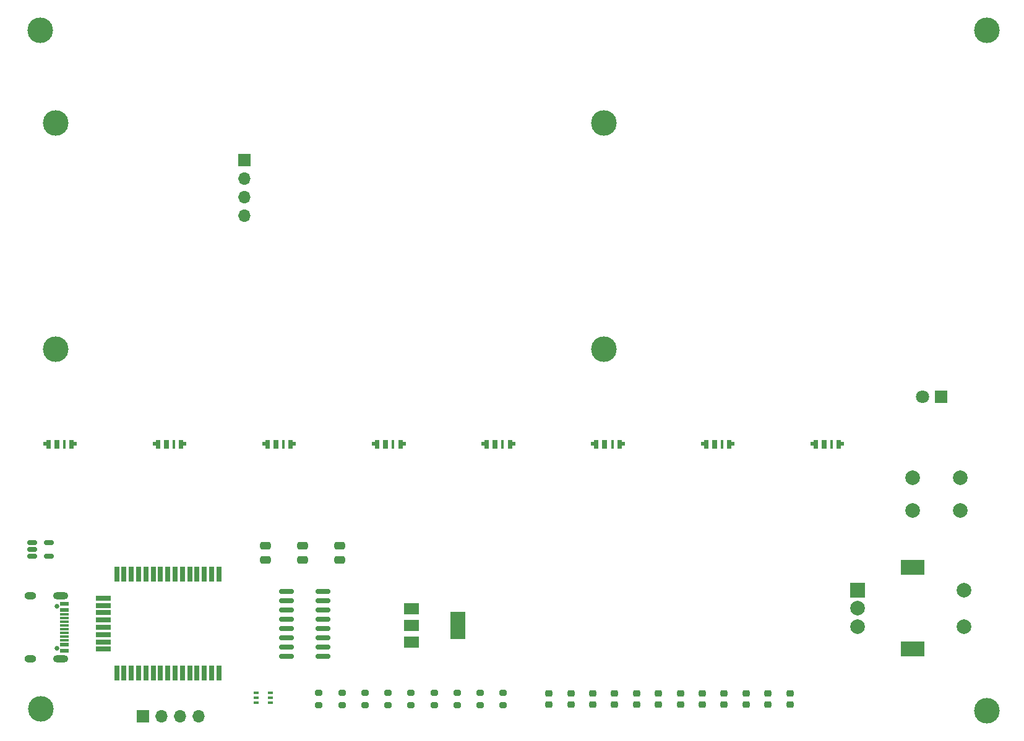
<source format=gts>
G04 #@! TF.GenerationSoftware,KiCad,Pcbnew,6.0.11*
G04 #@! TF.CreationDate,2023-05-03T19:55:58-07:00*
G04 #@! TF.ProjectId,ldrd,6c647264-2e6b-4696-9361-645f70636258,rev?*
G04 #@! TF.SameCoordinates,Original*
G04 #@! TF.FileFunction,Soldermask,Top*
G04 #@! TF.FilePolarity,Negative*
%FSLAX46Y46*%
G04 Gerber Fmt 4.6, Leading zero omitted, Abs format (unit mm)*
G04 Created by KiCad (PCBNEW 6.0.11) date 2023-05-03 19:55:58*
%MOMM*%
%LPD*%
G01*
G04 APERTURE LIST*
G04 Aperture macros list*
%AMRoundRect*
0 Rectangle with rounded corners*
0 $1 Rounding radius*
0 $2 $3 $4 $5 $6 $7 $8 $9 X,Y pos of 4 corners*
0 Add a 4 corners polygon primitive as box body*
4,1,4,$2,$3,$4,$5,$6,$7,$8,$9,$2,$3,0*
0 Add four circle primitives for the rounded corners*
1,1,$1+$1,$2,$3*
1,1,$1+$1,$4,$5*
1,1,$1+$1,$6,$7*
1,1,$1+$1,$8,$9*
0 Add four rect primitives between the rounded corners*
20,1,$1+$1,$2,$3,$4,$5,0*
20,1,$1+$1,$4,$5,$6,$7,0*
20,1,$1+$1,$6,$7,$8,$9,0*
20,1,$1+$1,$8,$9,$2,$3,0*%
%AMFreePoly0*
4,1,9,0.500000,-0.675000,-0.050000,-0.675000,-0.050000,-0.275000,-0.500000,-0.275000,-0.500000,0.275000,-0.050000,0.275000,-0.050000,0.525000,0.500000,0.525000,0.500000,-0.675000,0.500000,-0.675000,$1*%
%AMFreePoly1*
4,1,9,0.050000,0.275000,0.500000,0.275000,0.500000,-0.275000,0.050000,-0.275000,0.050000,-0.675000,-0.500000,-0.675000,-0.500000,0.525000,0.050000,0.525000,0.050000,0.275000,0.050000,0.275000,$1*%
G04 Aperture macros list end*
%ADD10C,3.500000*%
%ADD11RoundRect,0.250000X0.475000X-0.250000X0.475000X0.250000X-0.475000X0.250000X-0.475000X-0.250000X0*%
%ADD12RoundRect,0.225000X0.250000X-0.225000X0.250000X0.225000X-0.250000X0.225000X-0.250000X-0.225000X0*%
%ADD13FreePoly0,0.000000*%
%ADD14R,0.700000X1.200000*%
%ADD15R,0.450000X1.200000*%
%ADD16FreePoly1,0.000000*%
%ADD17RoundRect,0.200000X0.275000X-0.200000X0.275000X0.200000X-0.275000X0.200000X-0.275000X-0.200000X0*%
%ADD18RoundRect,0.200000X-0.275000X0.200000X-0.275000X-0.200000X0.275000X-0.200000X0.275000X0.200000X0*%
%ADD19R,2.000000X2.000000*%
%ADD20C,2.000000*%
%ADD21R,3.200000X2.000000*%
%ADD22RoundRect,0.150000X-0.512500X-0.150000X0.512500X-0.150000X0.512500X0.150000X-0.512500X0.150000X0*%
%ADD23RoundRect,0.150000X0.825000X0.150000X-0.825000X0.150000X-0.825000X-0.150000X0.825000X-0.150000X0*%
%ADD24R,1.800000X1.800000*%
%ADD25C,1.800000*%
%ADD26R,0.700000X2.100000*%
%ADD27R,2.100000X0.700000*%
%ADD28R,2.000000X1.500000*%
%ADD29R,2.000000X3.800000*%
%ADD30R,1.700000X1.700000*%
%ADD31O,1.700000X1.700000*%
%ADD32C,0.650000*%
%ADD33R,1.150000X0.600000*%
%ADD34R,1.150000X0.300000*%
%ADD35O,1.600000X1.000000*%
%ADD36O,2.100000X1.000000*%
%ADD37R,0.650000X0.400000*%
G04 APERTURE END LIST*
D10*
X106200000Y-97040000D03*
D11*
X134930000Y-125870000D03*
X134930000Y-123970000D03*
D10*
X233680000Y-53340000D03*
D12*
X203682720Y-145695580D03*
X203682720Y-144145580D03*
D13*
X210000000Y-110000000D03*
D14*
X211350000Y-110075000D03*
D15*
X212375000Y-110075000D03*
D16*
X213600000Y-110000000D03*
D17*
X151699375Y-145745580D03*
X151699375Y-144095580D03*
D12*
X200685448Y-145695580D03*
X200685448Y-144145580D03*
D10*
X233680000Y-146530000D03*
D17*
X167465000Y-145745580D03*
X167465000Y-144095580D03*
X158005625Y-145745580D03*
X158005625Y-144095580D03*
D12*
X206680000Y-145695580D03*
X206680000Y-144145580D03*
X197688176Y-145695580D03*
X197688176Y-144145580D03*
D18*
X142240000Y-144095580D03*
X142240000Y-145745580D03*
D19*
X215980000Y-130000000D03*
D20*
X215980000Y-135000000D03*
X215980000Y-132500000D03*
D21*
X223480000Y-126900000D03*
X223480000Y-138100000D03*
D20*
X230480000Y-135000000D03*
X230480000Y-130000000D03*
D10*
X181200000Y-66040000D03*
D22*
X103002500Y-123510000D03*
X103002500Y-124460000D03*
X103002500Y-125410000D03*
X105277500Y-125410000D03*
X105277500Y-123510000D03*
D23*
X142765000Y-139065000D03*
X142765000Y-137795000D03*
X142765000Y-136525000D03*
X142765000Y-135255000D03*
X142765000Y-133985000D03*
X142765000Y-132715000D03*
X142765000Y-131445000D03*
X142765000Y-130175000D03*
X137815000Y-130175000D03*
X137815000Y-131445000D03*
X137815000Y-132715000D03*
X137815000Y-133985000D03*
X137815000Y-135255000D03*
X137815000Y-136525000D03*
X137815000Y-137795000D03*
X137815000Y-139065000D03*
D13*
X105000000Y-110000000D03*
D14*
X106350000Y-110075000D03*
D15*
X107375000Y-110075000D03*
D16*
X108600000Y-110000000D03*
D11*
X145090000Y-125870000D03*
X145090000Y-123970000D03*
D17*
X164311875Y-145745580D03*
X164311875Y-144095580D03*
D12*
X182701816Y-145695580D03*
X182701816Y-144145580D03*
D20*
X230020000Y-114590000D03*
X223520000Y-114590000D03*
X223520000Y-119090000D03*
X230020000Y-119090000D03*
D13*
X165000000Y-110000000D03*
D14*
X166350000Y-110075000D03*
D15*
X167375000Y-110075000D03*
D16*
X168600000Y-110000000D03*
D10*
X181200000Y-97040000D03*
D13*
X180000000Y-110000000D03*
D14*
X181350000Y-110075000D03*
D15*
X182375000Y-110075000D03*
D16*
X183600000Y-110000000D03*
D10*
X106200000Y-66040000D03*
D11*
X140010000Y-125870000D03*
X140010000Y-123970000D03*
D12*
X185699088Y-145695580D03*
X185699088Y-144145580D03*
D24*
X227335000Y-103535000D03*
D25*
X224795000Y-103535000D03*
D10*
X104140000Y-53340000D03*
D12*
X191693632Y-145695580D03*
X191693632Y-144145580D03*
D17*
X148546250Y-145745580D03*
X148546250Y-144095580D03*
X154852500Y-145745580D03*
X154852500Y-144095580D03*
X145393125Y-145745580D03*
X145393125Y-144095580D03*
D12*
X179704544Y-145695580D03*
X179704544Y-144145580D03*
X176707272Y-145695580D03*
X176707272Y-144145580D03*
D13*
X135000000Y-110000000D03*
D14*
X136350000Y-110075000D03*
D15*
X137375000Y-110075000D03*
D16*
X138600000Y-110000000D03*
D12*
X194690904Y-145695580D03*
X194690904Y-144145580D03*
D13*
X120000000Y-110000000D03*
D14*
X121350000Y-110075000D03*
D15*
X122375000Y-110075000D03*
D16*
X123600000Y-110000000D03*
D26*
X128557500Y-127820000D03*
X127557500Y-127820000D03*
X126557500Y-127820000D03*
X125557500Y-127820000D03*
X124557500Y-127820000D03*
X123557500Y-127820000D03*
X122557500Y-127820000D03*
X121557500Y-127820000D03*
X120557500Y-127820000D03*
X119557500Y-127820000D03*
X118557500Y-127820000D03*
X117557500Y-127820000D03*
X116557500Y-127820000D03*
X115557500Y-127820000D03*
X114557500Y-127820000D03*
D27*
X112757500Y-131120000D03*
X112757500Y-132120000D03*
X112757500Y-133120000D03*
X112757500Y-134120000D03*
X112757500Y-135120000D03*
X112757500Y-136120000D03*
X112757500Y-137120000D03*
X112757500Y-138120000D03*
D26*
X114557500Y-141420000D03*
X115557500Y-141420000D03*
X116557500Y-141420000D03*
X117557500Y-141420000D03*
X118557500Y-141420000D03*
X119557500Y-141420000D03*
X120557500Y-141420000D03*
X121557500Y-141420000D03*
X122557500Y-141420000D03*
X123557500Y-141420000D03*
X124557500Y-141420000D03*
X125557500Y-141420000D03*
X126557500Y-141420000D03*
X127557500Y-141420000D03*
X128557500Y-141420000D03*
D17*
X161158750Y-145745580D03*
X161158750Y-144095580D03*
D13*
X150000000Y-110000000D03*
D14*
X151350000Y-110075000D03*
D15*
X152375000Y-110075000D03*
D16*
X153600000Y-110000000D03*
D28*
X154940000Y-132560000D03*
X154940000Y-134860000D03*
D29*
X161240000Y-134860000D03*
D28*
X154940000Y-137160000D03*
D13*
X195000000Y-110000000D03*
D14*
X196350000Y-110075000D03*
D15*
X197375000Y-110075000D03*
D16*
X198600000Y-110000000D03*
D12*
X173710000Y-145695580D03*
X173710000Y-144145580D03*
X188696360Y-145695580D03*
X188696360Y-144145580D03*
D10*
X104160000Y-146290000D03*
D30*
X132080000Y-71120000D03*
D31*
X132080000Y-73660000D03*
X132080000Y-76200000D03*
X132080000Y-78740000D03*
D32*
X106385000Y-138010000D03*
X106385000Y-132230000D03*
D33*
X107360000Y-131920000D03*
X107360000Y-132720000D03*
D34*
X107360000Y-133870000D03*
X107360000Y-134870000D03*
X107360000Y-135370000D03*
X107360000Y-136370000D03*
D33*
X107360000Y-137520000D03*
X107360000Y-138320000D03*
D34*
X107360000Y-136870000D03*
X107360000Y-135870000D03*
X107360000Y-134370000D03*
X107360000Y-133370000D03*
D35*
X102735000Y-139440000D03*
X102735000Y-130800000D03*
D36*
X106885000Y-130800000D03*
X106885000Y-139440000D03*
D37*
X133670000Y-144130000D03*
X133670000Y-144780000D03*
X133670000Y-145430000D03*
X135570000Y-145430000D03*
X135570000Y-144780000D03*
X135570000Y-144130000D03*
D30*
X118120000Y-147320000D03*
D31*
X120660000Y-147320000D03*
X123200000Y-147320000D03*
X125740000Y-147320000D03*
M02*

</source>
